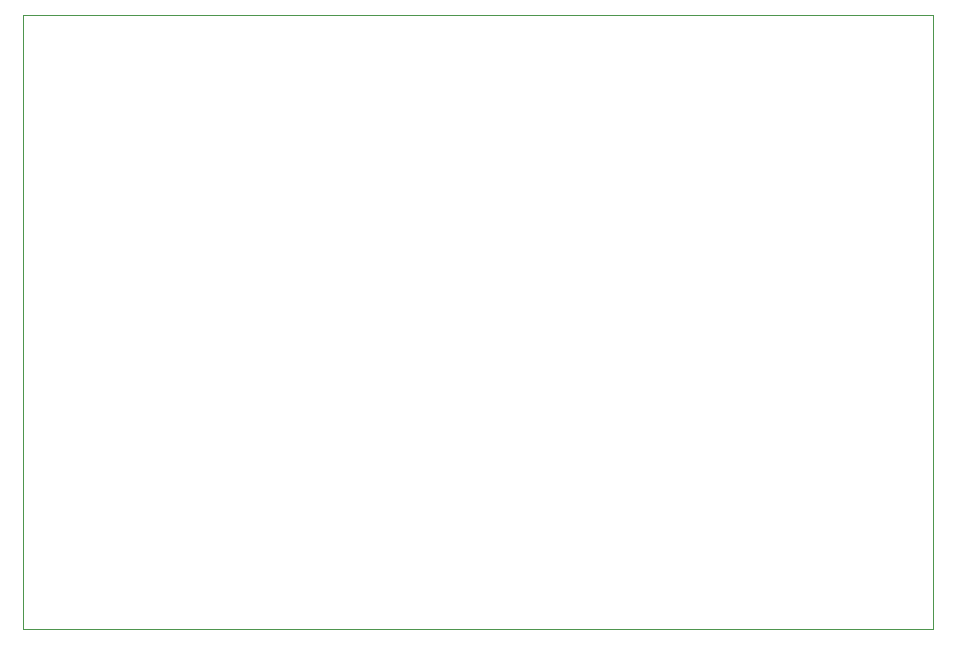
<source format=gbr>
%TF.GenerationSoftware,KiCad,Pcbnew,(5.1.12)-1*%
%TF.CreationDate,2023-08-23T22:39:03+05:30*%
%TF.ProjectId,PULSED IC 555 ALARMS CIRCUIT,50554c53-4544-4204-9943-203535352041,rev?*%
%TF.SameCoordinates,Original*%
%TF.FileFunction,Profile,NP*%
%FSLAX46Y46*%
G04 Gerber Fmt 4.6, Leading zero omitted, Abs format (unit mm)*
G04 Created by KiCad (PCBNEW (5.1.12)-1) date 2023-08-23 22:39:03*
%MOMM*%
%LPD*%
G01*
G04 APERTURE LIST*
%TA.AperFunction,Profile*%
%ADD10C,0.050000*%
%TD*%
G04 APERTURE END LIST*
D10*
X181000000Y-66000000D02*
X180000000Y-66000000D01*
X181000000Y-118000000D02*
X181000000Y-66000000D01*
X104000000Y-66000000D02*
X104000000Y-66000000D01*
X104000000Y-118000000D02*
X104000000Y-66000000D01*
X181000000Y-118000000D02*
X104000000Y-118000000D01*
X104000000Y-66000000D02*
X180000000Y-66000000D01*
M02*

</source>
